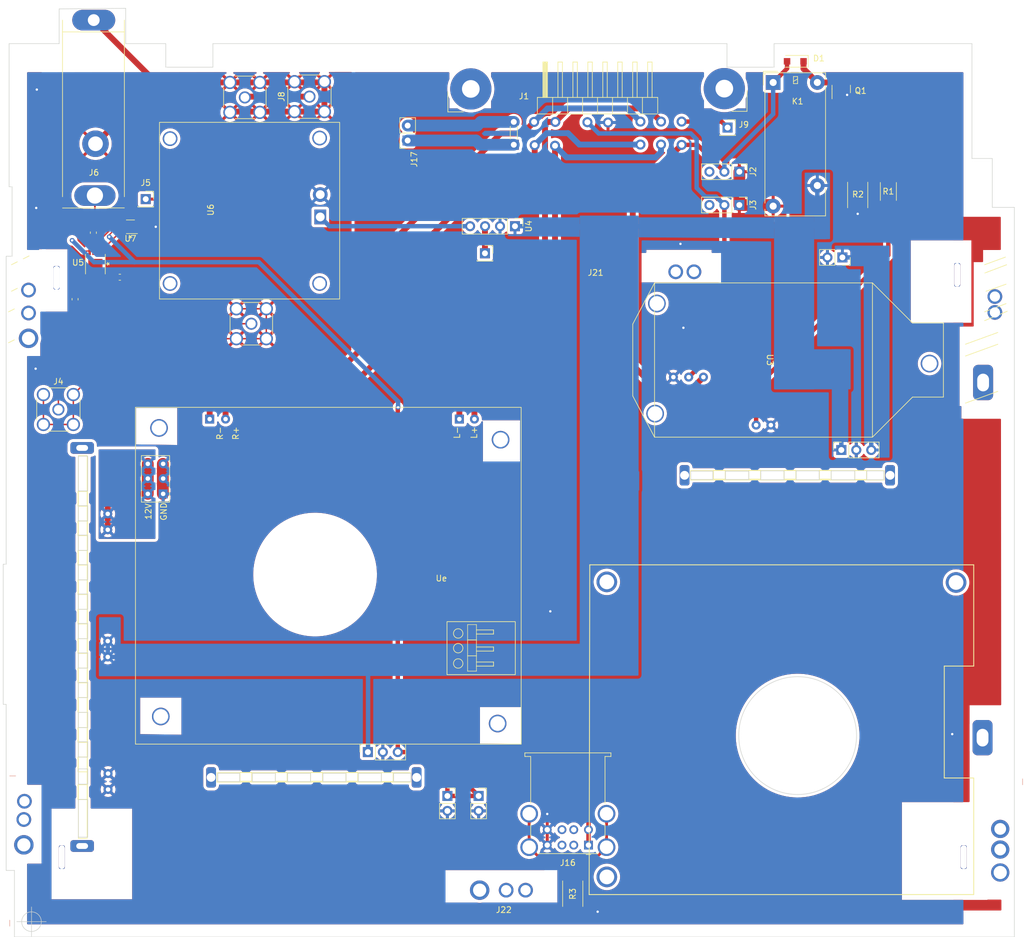
<source format=kicad_pcb>
(kicad_pcb (version 20211014) (generator pcbnew)
  (title_block (title "MotherboaredRev1_2") (date "2022-08-19") (rev "1.2"))
  (layers (0 "F.Cu" signal) (31 "B.Cu" signal) (34 "B.Paste" user) (35 "F.Paste" user) (36 "B.SilkS" user "B.Silkscreen") (37 "F.SilkS" user "F.Silkscreen") (38 "B.Mask" user) (39 "F.Mask" user) (44 "Edge.Cuts" user))
  (net 0 "")
  (net 1 "GND")
  (net 2 "Net-(Q1-Pad2)")
  (net 3 "Net-(J16-Pad9)")
  (net 4 "RELAY")
  (net 5 "Vmem")
  (net 6 "Vdd")
  (net 7 "Vsrc")
  (net 8 "Net-(D1-Pad1)")
  (net 9 "5V")
  (net 14 "Radio_EN")
  (net 15 "5V_GP")
  (net 16 "FrontSpkr_L+")
  (net 17 "FrontSpkr_L-")
  (net 18 "Illum")
  (net 19 "Dim")
  (net 20 "Antenna_Pwr")
  (net 21 "FrontSpkr_R+")
  (net 22 "FrontSpkr_R-")
  (net 23 "Vacc")
  (net 26 "Antenna")
  (net 27 "AudioPwr")
  (net 28 "RF_CTL")
  (net 29 "RF_A")
  (net 30 "RF_B")
  (net 31 "8V")
  (net 32 "Net-(C2-Pad1)")
  (net 33 "Net-(C3-Pad1)")
  (net 34 "RF_TX")
  (net 35 "RF_RX")
  (net 36 "RF_ATX")
  (net 37 "RF_gnd")
  (net 38 "Net-(C1-Pad2)")
  (footprint "Connector_PinSocket_2.54mm:PinSocket_1x01_P2.54mm_Vertical" (layer "F.Cu") (at 206.8 92.6)
    (fp_text reference "J10" hide)
    (fp_text value "RF_EN")
  )
  (footprint "Connector_Coaxial:SMA_Amphenol_132134_Vertical" (layer "F.Cu") (at 177 66 90)
    (fp_text reference "J8")
    (fp_text value "RF_TX")
  )
  (footprint "Relay_THT:Relay_1P1T_NO_10x24x18.8mm_Panasonic_ADW11xxxxW_THT" (layer "F.Cu") (at 255.7425 63.5925)
    (fp_text reference "K1")
    (fp_text value "ADW1112HTW " hide)
  )
  (footprint "Capacitor_SMD:C_0603_1608Metric_Pad1.08x0.95mm_HandSolder" (layer "F.Cu") (at 144.8 96.663454)
    (fp_text reference "C3" hide)
    (fp_text value "10uF" hide)
  )
  (footprint "Connector_PinSocket_2.54mm:PinSocket_1x02_P2.54mm_Vertical" (layer "F.Cu") (at 267.5 93.3 -90)
    (fp_text reference "J14" hide)
    (fp_text value "5V_1")
  )
  (footprint "Custom:AudioAmp_PS" (layer "F.Cu") (at 140.7 192.25 90)
    (fp_text reference "U1" hide)
    (fp_text value "AudioAmp_PS")
  )
  (footprint "Custom:MotherBoard_Bracket_2" (layer "F.Cu") (at 125.395 110.0425)
    (fp_text reference "J21")
    (fp_text value "Motherboard bracket")
  )
  (footprint "Custom:SubaruRadioJack" (layer "F.Cu") (at 134.8675 83)
    (fp_text reference "J6")
    (fp_text value "AntennaExternal" hide)
  )
  (footprint "Connector_Coaxial:SMA_Amphenol_132134_Vertical" (layer "F.Cu") (at 134.366 119.126)
    (fp_text reference "J4")
    (fp_text value "RF_RX")
  )
  (footprint "Custom:5V_Reg_Footprint_VertMnt" (layer "F.Cu") (at 274.6 131.1 90)
    (fp_text reference "J15" hide)
    (fp_text value "RPI_Buck")
  )
  (footprint "Connector_PinSocket_2.54mm:PinSocket_1x02_P2.54mm_Vertical" (layer "F.Cu") (at 205.725 184.75)
    (fp_text reference "J20" hide)
    (fp_text value "5V_3")
  )
  (footprint "Connector_PinHeader_2.54mm:PinHeader_1x03_P2.54mm_Vertical" (layer "F.Cu") (at 250 78.75 -90)
    (fp_text reference "J2")
    (fp_text value "Vmem Jumper")
  )
  (footprint "Custom:MotherBoard_Bracket_1" (layer "F.Cu") (at 298.1 206.85)
    (fp_text reference "J22")
    (fp_text value "Motherboard bracket")
  )
  (footprint "Custom:PS_Controller" (layer "F.Cu") (at 231.6 97.275 -90)
    (fp_text reference "U3")
    (fp_text value "PowerSupplyCtrl")
  )
  (footprint "Custom:RectangleSlot" (layer "F.Cu") (at 288.1 195.14)
    (fp_text reference "H1" hide)
    (fp_text value "MountingHole")
  )
  (footprint "Custom:AudioAmp" (layer "F.Cu") (at 212.955 175.955 90)
    (fp_text reference "Ue")
    (fp_text value "AudioAmp")
  )
  (footprint "Connector_PinSocket_2.54mm:PinSocket_1x01_P2.54mm_Vertical" (layer "F.Cu") (at 248 71.25)
    (fp_text reference "J9")
    (fp_text value "AntennaPwr_Conn")
  )
  (footprint "Capacitor_SMD:C_0603_1608Metric_Pad1.08x0.95mm_HandSolder" (layer "F.Cu") (at 140.3 89.1 -90)
    (fp_text reference "C1" hide)
    (fp_text value "10uF" hide)
  )
  (footprint "Connector_USB:USB_A_Wuerth_61400826021_Horizontal_Stacked" (layer "F.Cu") (at 224.38 193.1 180)
    (fp_text reference "J16")
    (fp_text value "AUSB2-4599")
  )
  (footprint "Connector_PinSocket_2.54mm:PinSocket_1x01_P2.54mm_Vertical" (layer "F.Cu") (at 149.2 83.4)
    (fp_text reference "J5")
    (fp_text value "RF_CTRL")
  )
  (footprint "MountingHole:MountingHole_2.5mm_Pad" (layer "F.Cu") (at 286.8 148.5)
    (fp_text reference "H7" hide)
    (fp_text value "DAC_mount")
  )
  (footprint "Resistor_SMD:R_2512_6332Metric_Pad1.40x3.35mm_HandSolder" (layer "F.Cu") (at 270.1 82.7 90)
    (fp_text reference "R2")
    (fp_text value "47K" hide)
  )
  (footprint "Custom:HeadUnit_Conn" (layer "F.Cu") (at 200.9 68.1875)
    (fp_text reference "J1")
    (fp_text value "Wire Harness")
  )
  (footprint "Custom:RectangleSlot" (layer "F.Cu") (at 134.95 195.15)
    (fp_text reference "H2" hide)
    (fp_text value "MountingHole")
  )
  (footprint "Connector_PinSocket_2.54mm:PinSocket_1x02_P2.54mm_Vertical" (layer "F.Cu") (at 200.425 184.75)
    (fp_text reference "J18" hide)
    (fp_text value "5V_2")
  )
  (footprint "Capacitor_SMD:C_0603_1608Metric_Pad1.08x0.95mm_HandSolder" (layer "F.Cu") (at 137.2 100.4 -90)
    (fp_text reference "C2" hide)
    (fp_text value "10uF" hide)
  )
  (footprint "Resistor_SMD:R_2512_6332Metric_Pad1.40x3.35mm_HandSolder" (layer "F.Cu") (at 221.71 201.35 90)
    (fp_text reference "R3")
    (fp_text value "HCJ2512ZT0R00" hide)
  )
  (footprint "Diode_SMD:D_SOD-123F" (layer "F.Cu") (at 259.5 60 180)
    (fp_text reference "D1")
    (fp_text value "FS1B" hide)
  )
  (footprint "Custom:5V_Reg_Footprint_VertMnt" (layer "F.Cu") (at 194.2 182.4 90)
    (fp_text reference "J19" hide)
    (fp_text value "GP_Buck")
  )
  (footprint "Connector_PinHeader_2.54mm:PinHeader_1x03_P2.54mm_Vertical" (layer "F.Cu") (at 250 84.4 -90)
    (fp_text reference "J3")
    (fp_text value "Vacc_jumper")
  )
  (footprint "Resistor_SMD:R_2010_5025Metric_Pad1.40x2.65mm_HandSolder" (layer "F.Cu") (at 275.3 82.1 90)
    (fp_text reference "R1")
    (fp_text value "470Ohm")
  )
  (footprint "Custom:HMC784AMS8GETR" (layer "F.Cu") (at 140.6475 94.43655 -90)
    (fp_text reference "U5")
    (fp_text value "HMC784AMS8GETR" hide)
  )
  (footprint "Custom:RectangleSlot" (layer "F.Cu") (at 287 96.25)
    (fp_text reference "H4" hide)
    (fp_text value "MountingHole" hide)
  )
  (footprint "Connector_PinHeader_2.54mm:PinHeader_1x04_P2.54mm_Vertical" (layer "F.Cu") (at 211.9 88 -90)
    (fp_text reference "U4")
    (fp_text value "RadioRegulator")
  )
  (footprint "Package_TO_SOT_SMD:SOT-363_SC-70-6_Handsoldering" (layer "F.Cu") (at 146.6 88.1 180)
    (fp_text reference "U7")
    (fp_text value "SN74LVC2G06QDCKRQ1" hide)
  )
  (footprint "Custom:RectangleSlot" (layer "F.Cu") (at 134.05 96.75)
    (fp_text reference "H3" hide)
    (fp_text value "MountingHole")
  )
  (footprint "Connector_PinSocket_2.54mm:PinSocket_1x02_P2.54mm_Vertical" (layer "F.Cu") (at 193.675 73.45 180)
    (fp_text reference "J17")
    (fp_text value "Illum/Dim")
  )
  (footprint "MountingHole:MountingHole_2.5mm_Pad" (layer "F.Cu") (at 227.5 148.4)
    (fp_text reference "H5" hide)
    (fp_text value "DAC_mount")
  )
  (footprint "Custom:RadioAmp" (layer "F.Cu") (at 181.032 100.329 90)
    (fp_text reference "U6")
    (fp_text value "RadioAmp")
  )
  (footprint "MountingHole:MountingHole_2.5mm_Pad" (layer "F.Cu") (at 227.5 198.5)
    (fp_text reference "H8" hide)
    (fp_text value "DAC_mount" hide)
  )
  (footprint "Custom:SOT-23" (layer "F.Cu") (at 267.3 64.7 90)
    (fp_text reference "Q1")
    (fp_text value "T2N7002BK,LM")
  )
  (gr_line (start 289.8 145.5) (end 289.8 162.7) (layer "F.SilkS") (width 0.15))
  (gr_line (start 289.8 181.7) (end 289.8 201.5) (layer "F.SilkS") (width 0.15))
  (gr_line (start 224.6 145.5) (end 289.8 145.5) (layer "F.SilkS") (width 0.15))
  (gr_line (start 224.5 201.5) (end 224.6 145.5) (layer "F.SilkS") (width 0.15))
  (gr_line (start 289.8 201.5) (end 224.5 201.5) (layer "F.SilkS") (width 0.15))
  (gr_line (start 284.8 162.7) (end 284.8 181.7) (layer "F.SilkS") (width 0.15))
  (gr_line (start 289.8 162.7) (end 284.8 162.7) (layer "F.SilkS") (width 0.15))
  (gr_line (start 284.8 181.7) (end 289.8 181.7) (layer "F.SilkS") (width 0.15))
  (gr_rect (start 137.75 175.55) (end 139.35 178.15) (layer "Edge.Cuts") (width 0.1) (fill none))
  (gr_rect (start 173.3 180.9) (end 177.2 182.3) (layer "Edge.Cuts") (width 0.1) (fill none))
  (gr_rect (start 271.65 129.55) (end 274.55 131.05) (layer "Edge.Cuts") (width 0.1) (fill none))
  (gr_rect (start 137.75 135.45) (end 139.35 138.05) (layer "Edge.Cuts") (width 0.1) (fill none))
  (gr_line (start 126.5 81.3) (end 126.5 93.1) (layer "Edge.Cuts") (width 0.1))
  (gr_line (start 145.8 57) (end 152.6 57) (layer "Edge.Cuts") (width 0.1))
  (gr_line (start 126.5 93.1) (end 125.5 93.1) (layer "Edge.Cuts") (width 0.1))
  (gr_rect (start 259.65 129.55) (end 263.55 131.05) (layer "Edge.Cuts") (width 0.1) (fill none))
  (gr_rect (start 137.75 165.45) (end 139.35 168.05) (layer "Edge.Cuts") (width 0.1) (fill none))
  (gr_rect (start 161.45 180.9) (end 165.15 182.3) (layer "Edge.Cuts") (width 0.1) (fill none))
  (gr_line (start 247.9 57) (end 247.9 61) (layer "Edge.Cuts") (width 0.1))
  (gr_rect (start 137.75 185.35) (end 139.35 191.75) (layer "Edge.Cuts") (width 0.1) (fill none))
  (gr_line (start 255.9 61) (end 255.9 57) (layer "Edge.Cuts") (width 0.1))
  (gr_rect (start 191.3 180.9) (end 194.2 182.3) (layer "Edge.Cuts") (width 0.1) (fill none))
  (gr_rect (start 137.75 160.45) (end 139.35 163.05) (layer "Edge.Cuts") (width 0.1) (fill none))
  (gr_line (start 160.6 57) (end 247.9 57) (layer "Edge.Cuts") (width 0.1))
  (gr_line (start 125 145.4) (end 125 169.2) (layer "Edge.Cuts") (width 0.1))
  (gr_line (start 152.6 57) (end 152.6 61) (layer "Edge.Cuts") (width 0.1))
  (gr_line (start 134.5 51.1) (end 145.8 51) (layer "Edge.Cuts") (width 0.1))
  (gr_line (start 125.5 169.2) (end 125.5 197.4) (layer "Edge.Cuts") (width 0.1))
  (gr_line (start 125.5 145.4) (end 125 145.4) (layer "Edge.Cuts") (width 0.1))
  (gr_line (start 292.95 76.5) (end 292.95 84.8) (layer "Edge.Cuts") (width 0.1))
  (gr_rect (start 253.65 129.55) (end 257.6 131.05) (layer "Edge.Cuts") (width 0.1) (fill none))
  (gr_line (start 292.95 84.8) (end 296.7 84.8) (layer "Edge.Cuts") (width 0.1))
  (gr_rect (start 137.75 180.15) (end 139.35 182.75) (layer "Edge.Cuts") (width 0.1) (fill none))
  (gr_line (start 125 169.2) (end 125.5 169.2) (layer "Edge.Cuts") (width 0.1))
  (gr_line (start 296.7 84.8) (end 296.7 208.7) (layer "Edge.Cuts") (width 0.1))
  (gr_line (start 126.9 208.7) (end 296.7 208.7) (layer "Edge.Cuts") (width 0.1))
  (gr_rect (start 185.3 180.9) (end 189.2 182.3) (layer "Edge.Cuts") (width 0.1) (fill none))
  (gr_rect (start 137.75 140.45) (end 139.35 143.05) (layer "Edge.Cuts") (width 0.1) (fill none))
  (gr_rect (start 179.3 180.9) (end 183.2 182.3) (layer "Edge.Cuts") (width 0.1) (fill none))
  (gr_rect (start 247.65 129.6) (end 251.6 131) (layer "Edge.Cuts") (width 0.1) (fill none))
  (gr_line (start 152.6 61) (end 160.6 61) (layer "Edge.Cuts") (width 0.1))
  (gr_line (start 126.9 197.4) (end 126.9 208.7) (layer "Edge.Cuts") (width 0.1))
  (gr_line (start 134.5 57) (end 134.5 51.1) (layer "Edge.Cuts") (width 0.1))
  (gr_line (start 126 57) (end 134.5 57) (layer "Edge.Cuts") (width 0.1))
  (gr_rect (start 241.75 129.6) (end 245.5 131) (layer "Edge.Cuts") (width 0.1) (fill none))
  (gr_rect (start 137.75 155.45) (end 139.35 158.05) (layer "Edge.Cuts") (width 0.1) (fill none))
  (gr_line (start 289.5 76.5) (end 292.95 76.5) (layer "Edge.Cuts") (width 0.1))
  (gr_line (start 126 81.3) (end 126.5 81.3) (layer "Edge.Cuts") (width 0.1))
  (gr_rect (start 137.75 150.45) (end 139.35 153.05) (layer "Edge.Cuts") (width 0.1) (fill none))
  (gr_line (start 125.5 93.1) (end 125.5 145.4) (layer "Edge.Cuts") (width 0.1))
  (gr_rect (start 137.75 127.05) (end 139.35 132.95) (layer "Edge.Cuts") (width 0.1) (fill none))
  (gr_rect (start 137.75 145.45) (end 139.35 148.05) (layer "Edge.Cuts") (width 0.1) (fill none))
  (gr_rect (start 167.3 180.9) (end 171.2 182.3) (layer "Edge.Cuts") (width 0.1) (fill none))
  (gr_line (start 160.6 61) (end 160.6 57) (layer "Edge.Cuts") (width 0.1))
  (gr_rect (start 137.75 170.55) (end 139.35 173.15) (layer "Edge.Cuts") (width 0.1) (fill none))
  (gr_line (start 289.5 57) (end 289.5 76.5) (layer "Edge.Cuts") (width 0.1))
  (gr_line (start 247.9 61) (end 255.9 61) (layer "Edge.Cuts") (width 0.1))
  (gr_line (start 145.8 51) (end 145.8 57) (layer "Edge.Cuts") (width 0.1))
  (gr_line (start 255.9 57) (end 289.5 57) (layer "Edge.Cuts") (width 0.1))
  (gr_circle (center 259.9 174.5) (end 269.9 174.6) (layer "Edge.Cuts") (width 0.1) (fill none))
  (gr_line (start 126 81.3) (end 126 57) (layer "Edge.Cuts") (width 0.1))
  (gr_rect (start 265.6 129.55) (end 269.6 131.05) (layer "Edge.Cuts") (width 0.1) (fill none))
  (gr_line (start 125.5 197.4) (end 126.9 197.4) (layer "Edge.Cuts") (width 0.1))
  (target plus (at 129.8 206.1) (size 5) (width 0.1) (layer "Edge.Cuts"))
  (segment (start 152.1 128.35) (end 152.1 133.45) (width 2) (layer "F.Cu") (net 1))
  (segment (start 200.425 187.29) (end 205.725 187.29) (width 0.25) (layer "F.Cu") (net 1))
  (segment (start 221.71 204.4) (end 225.93 204.4) (width 0.25) (layer "F.Cu") (net 1))
  (segment (start 217.38 190.48) (end 217.38 193.1) (width 0.5) (layer "F.Cu") (net 1))
  (segment (start 225.93 204.4) (end 225.94 204.41) (width 0.25) (layer "F.Cu") (net 1))
  (segment (start 217.38 190.48) (end 217.38 187.81) (width 0.5) (layer "F.Cu") (net 1))
  (segment (start 147.93 88.1) (end 150.9 88.1) (width 0.25) (layer "F.Cu") (net 1))
  (via (at 286.15 174.25) (size 0.8) (drill 0.4) (layers "F.Cu" "B.Cu") (net 1))
  (via (at 225.94 204.41) (size 0.8) (drill 0.4) (layers "F.Cu" "B.Cu") (net 1))
  (via (at 217.38 187.81) (size 0.8) (drill 0.4) (layers "F.Cu" "B.Cu") (net 1))
  (via (at 268.3 65.7) (size 0.8) (drill 0.4) (layers "F.Cu" "B.Cu") (net 1))
  (via (at 240.5 105.25) (size 0.8) (drill 0.4) (layers "F.Cu" "B.Cu") (net 1))
  (via (at 150.9 88.1) (size 0.8) (drill 0.4) (layers "F.Cu" "B.Cu") (net 1))
  (via (at 240 91) (size 0.8) (drill 0.4) (layers "F.Cu" "B.Cu") (net 1))
  (via (at 270.1 85.9) (size 0.8) (drill 0.4) (layers "F.Cu" "B.Cu") (net 1))
  (via (at 130.6 84.9) (size 0.8) (drill 0.4) (layers "F.Cu" "B.Cu") (net 1))
  (via (at 217.9 153.4) (size 0.8) (drill 0.4) (layers "F.Cu" "B.Cu") (net 1))
  (via (at 130.7 64.8) (size 0.8) (drill 0.4) (layers "F.Cu" "B.Cu") (net 1))
  (via (at 130.5 112.2) (size 0.8) (drill 0.4) (layers "F.Cu" "B.Cu") (net 1))
  (segment (start 269.95 79.65) (end 266.35 76.05) (width 1) (layer "F.Cu") (net 2))
  (segment (start 275.3 79.7) (end 270.15 79.7) (width 1) (layer "F.Cu") (net 2))
  (segment (start 270.1 79.65) (end 269.95 79.65) (width 0.25) (layer "F.Cu") (net 2))
  (segment (start 270.15 79.7) (end 270.1 79.65) (width 0.25) (layer "F.Cu") (net 2))
  (segment (start 266.35 76.05) (end 266.35 65.6375) (width 1) (layer "F.Cu") (net 2))
  (segment (start 227.45 187.77) (end 227.45 193.45) (width 0.5) (layer "F.Cu") (net 3))
  (segment (start 214.31 193.45) (end 217.4 196.54) (width 0.5) (layer "F.Cu") (net 3))
  (segment (start 222.6 198.3) (end 221.71 198.3) (width 0.25) (layer "F.Cu") (net 3))
  (segment (start 217.4 196.54) (end 219.95 196.54) (width 0.5) (layer "F.Cu") (net 3))
  (segment (start 227.45 193.45) (end 222.6 198.3) (width 0.5) (layer "F.Cu") (net 3))
  (segment (start 214.31 187.77) (end 214.31 193.45) (width 0.5) (layer "F.Cu") (net 3))
  (segment (start 219.95 196.54) (end 221.71 198.3) (width 0.5) (layer "F.Cu") (net 3))
  (segment (start 275.3 84.5) (end 275.3 92.9) (width 0.75) (layer "F.Cu") (net 4))
  (segment (start 275.3 92.9) (end 252.85 115.35) (width 0.75) (layer "F.Cu") (net 4))
  (segment (start 252.85 115.35) (end 252.85 121.775) (width 0.75) (layer "F.Cu") (net 4))
  (segment (start 240.2 74.1875) (end 231.9 82.4875) (width 1) (layer "F.Cu") (net 5))
  (segment (start 231.9 82.4875) (end 231.9 111.6) (width 1) (layer "F.Cu") (net 5))
  (segment (start 258.1 60) (end 258.1 61.235) (width 0.75) (layer "F.Cu") (net 5))
  (segment (start 240.2 74.1875) (end 242.8975 74.1875) (width 0.75) (layer "F.Cu") (net 5))
  (segment (start 242.8975 74.1875) (end 247.46 78.75) (width 0.75) (layer "F.Cu") (net 5))
  (segment (start 237.3 117) (end 240.525 117) (width 1) (layer "F.Cu") (net 5))
  (segment (start 231.9 111.6) (end 237.3 117) (width 1) (layer "F.Cu") (net 5))
  (segment (start 258.1 61.235) (end 255.7425 63.5925) (width 0.75) (layer "F.Cu") (net 5))
  (segment (start 240.525 117) (end 243.9 113.625) (width 1) (layer "F.Cu") (net 5))
  (segment (start 247.46 78.75) (end 247.46 77.24) (width 0.75) (layer "B.Cu") (net 5))
  (segment (start 247.46 77.24) (end 255.7425 68.9575) (width 0.75) (layer "B.Cu") (net 5))
  (segment (start 255.7425 68.9575) (end 255.7425 63.5925) (width 0.75) (layer "B.Cu") (net 5))
  (segment (start 255.55 84.4) (end 255.7425 84.5925) (width 2) (layer "F.Cu") (net 6))
  (segment (start 250 84.4) (end 255.55 84.4) (width 2) (layer "F.Cu") (net 6))
  (segment (start 250 84.4) (end 250 78.75) (width 2) (layer "F.Cu") (net 6))
  (segment (start 263.2425 87.2575) (end 262.5 88) (width 0.75) (layer "B.Cu") (net 7))
  (segment (start 142.75 161.15) (end 142.75 158.45) (width 0.75) (layer "B.Cu") (net 7))
  (segment (start 265.3 113.1) (end 267.37 115.17) (width 0.75) (layer "B.Cu") (net 7))
  (segment (start 258.6 88) (end 258.6 107.5) (width 0.75) (layer "B.Cu") (net 7))
  (segment (start 186.95 161.61) (end 186.95 177.3) (width 0.75) (layer "B.Cu") (net 7))
  (segment (start 224.8 160.5) (end 224.2 161.1) (width 0.75) (layer "B.Cu") (net 7))
  (segment (start 224.2 161.1) (end 214.9 161.1) (width 0.75) (layer "B.Cu") (net 7))
  (segment (start 222.8 88) (end 224.8 90) (width 0.75) (layer "B.Cu") (net 7))
  (segment (start 258.6 88) (end 222.7 88) (width 0.75) (layer "B.Cu") (net 7))
  (segment (start 222.7 88) (end 222.8 88) (width 0.75) (layer "B.Cu") (net 7))
  (segment (start 262.5 88) (end 258.6 88) (width 0.75) (layer "B.Cu") (net 7))
  (segment (start 189.45 161.15) (end 214.85 161.15) (width 0.75) (layer "B.Cu") (net 7))
  (segment (start 214.85 161.15) (end 214.9 161.1) (width 0.75) (layer "B.Cu") (net 7))
  (segment (start 224.8 90) (end 224.8 160.5) (width 0.75) (layer "B.Cu") (net 7))
  (segment (start 267.37 122.32) (end 267.32 122.37) (width 0.75) (layer "B.Cu") (net 7))
  (segment (start 214.9 161.1) (end 214.5 161.1) (width 0.75) (layer "B.Cu") (net 7))
  (segment (start 189.45 161.15) (end 186.97 163.63) (width 0.75) (layer "B.Cu") (net 7))
  (segment (start 258.6 107.5) (end 264.2 113.1) (width 0.75) (layer "B.Cu") (net 7))
  (segment (start 267.32 122.37) (end 267.32 126) (width 0.75) (layer "B.Cu") (net 7))
  (segment (start 267.37 115.17) (end 267.37 122.32) (width 0.75) (layer "B.Cu") (net 7))
  (segment (start 211.9 88) (end 222.7 88) (width 0.75) (layer "B.Cu") (net 7))
  (segment (start 263.2425 81.0925) (end 263.2425 87.2575) (width 0.75) (layer "B.Cu") (net 7))
  (segment (start 264.2 113.1) (end 265.3 113.1) (width 0.75) (layer "B.Cu") (net 7))
  (segment (start 189.45 161.15) (end 142.75 161.15) (width 0.75) (layer "B.Cu") (net 7))
  (segment (start 267.105 63.5925) (end 267.1625 63.65) (width 0.25) (layer "F.Cu") (net 8))
  (segment (start 267.13 63.5925) (end 267.3 63.7625) (width 1) (layer "F.Cu") (net 8))
  (segment (start 260.9 61.25) (end 260.9 60) (width 1) (layer "F.Cu") (net 8))
  (segment (start 263.2425 63.5925) (end 267.13 63.5925) (width 1) (layer "F.Cu") (net 8))
  (segment (start 263.2425 63.5925) (end 260.9 61.25) (width 1) (layer "F.Cu") (net 8))
  (segment (start 272.4 93.9) (end 272.4 126) (width 0.75) (layer "B.Cu") (net 9))
  (segment (start 267.5 93.3) (end 271.8 93.3) (width 0.75) (layer "B.Cu") (net 9))
  (segment (start 271.8 93.3) (end 272.4 93.9) (width 0.75) (layer "B.Cu") (net 9))
  (segment (start 206.8 92.6) (end 206.8 88.02) (width 1) (layer "F.Cu") (net 14))
  (segment (start 206.8 88.02) (end 206.82 88) (width 0.3) (layer "F.Cu") (net 14))
  (segment (start 200.425 181.765) (end 200.425 184.75) (width 0.75) (layer "F.Cu") (net 15))
  (segment (start 195.96 177.3) (end 192 177.3) (width 0.75) (layer "F.Cu") (net 15))
  (segment (start 197.98 179.32) (end 195.96 177.3) (width 0.75) (layer "F.Cu") (net 15))
  (segment (start 200.295 179.32) (end 205.725 184.75) (width 0.75) (layer "F.Cu") (net 15))
  (segment (start 136.7 90.4) (end 138.51405 92.21405) (width 0.2) (layer "F.Cu") (net 15))
  (segment (start 224.38 190.48) (end 224.38 193.1) (width 0.75) (layer "F.Cu") (net 15))
  (segment (start 192 118.8) (end 192 177.3) (width 0.75) (layer "F.Cu") (net 15))
  (segment (start 200.425 184.75) (end 205.725 184.75) (width 0.75) (layer "F.Cu") (net 15))
  (segment (start 221.92 179.32) (end 224.38 181.78) (width 0.75) (layer "F.Cu") (net 15))
  (segment (start 144.370978 88.1) (end 145.27 88.1) (width 0.2) (layer "F.Cu") (net 15))
  (segment (start 200.42 179.32) (end 221.92 179.32) (width 0.75) (layer "F.Cu") (net 15))
  (segment (start 197.98 179.32) (end 200.425 181.765) (width 0.75) (layer "F.Cu") (net 15))
  (segment (start 198.82 179.32) (end 200.295 179.32) (width 0.75) (layer "F.Cu") (net 15))
  (segment (start 224.38 181.78) (end 224.38 190.48) (width 0.75) (layer "F.Cu") (net 15))
  (segment (start 143 89.8) (end 143 89.470978) (width 0.2) (layer "F.Cu") (net 15))
  (segment (start 198.82 179.32) (end 200.42 179.32) (width 0.75) (layer "F.Cu") (net 15))
  (segment (start 143 89.470978) (end 144.370978 88.1) (width 0.2) (layer "F.Cu") (net 15))
  (segment (start 138.51405 92.21405) (end 139.67214 92.21405) (width 0.2) (layer "F.Cu") (net 15))
  (segment (start 197.98 179.32) (end 198.82 179.32) (width 0.75) (layer "F.Cu") (net 15))
  (segment (start 192.05 118.75) (end 192 118.8) (width 0.75) (layer "F.Cu") (net 15))
  (via (at 192.05 118.75) (size 0.8) (drill 0.4) (layers "F.Cu" "B.Cu") (net 15))
  (via (at 136.7 90.4) (size 0.8) (drill 0.4) (layers "F.Cu" "B.Cu") (net 15))
  (via (at 143 89.8) (size 0.8) (drill 0.4) (layers "F.Cu" "B.Cu") (net 15))
  (segment (start 192.05 118.75) (end 192.05 117.75) (width 0.75) (layer "B.Cu") (net 15))
  (segment (start 168.4 94.1) (end 147.3 94.1) (width 0.75) (layer "B.Cu") (net 15))
  (segment (start 192.05 117.75) (end 168.4 94.1) (width 0.75) (layer "B.Cu") (net 15))
  (segment (start 140.4 94.1) (end 136.7 90.4) (width 0.75) (layer "B.Cu") (net 15))
  (segment (start 147.3 94.1) (end 140.4 94.1) (width 0.75) (layer "B.Cu") (net 15))
  (segment (start 143 89.8) (end 147.3 94.1) (width 0.75) (layer "B.Cu") (net 15))
  (segment (start 218.7 74.3375) (end 218.7 102.2) (width 1) (layer "F.Cu") (net 16))
  (segment (start 205.015 115.885) (end 205.015 120.755) (width 1) (layer "F.Cu") (net 16))
  (segment (start 218.7 102.2) (end 205.015 115.885) (width 1) (layer "F.Cu") (net 16))
  (segment (start 236.7 75.4) (end 236.7 74.1375) (width 1) (layer "B.Cu") (net 16))
  (segment (start 220.6625 76.3) (end 235.8 76.3) (width 1) (layer "B.Cu") (net 16))
  (segment (start 218.7 74.3375) (end 220.6625 76.3) (width 1) (layer "B.Cu") (net 16))
  (segment (start 235.8 76.3) (end 236.7 75.4) (width 1) (layer "B.Cu") (net 16))
  (segment (start 218.75 70.2875) (end 221.0375 68) (width 1) (layer "F.Cu") (net 17))
  (segment (start 217 70.75) (end 217 101.1) (width 1) (layer "F.Cu") (net 17))
  (segment (start 221.0375 68) (end 234.4625 68) (width 1) (layer "F.Cu") (net 17))
  (segment (start 202.455 115.645) (end 202.455 120.755) (width 1) (layer "F.Cu") (net 17))
  (segment (start 217.4625 70.2875) (end 217 70.75) (width 1) (layer "F.Cu") (net 17))
  (segment (start 217 101.1) (end 202.455 115.645) (width 1) (layer "F.Cu") (net 17))
  (segment (start 234.4625 68) (end 236.7 70.2375) (width 1) (layer "F.Cu") (net 17))
  (segment (start 218.75 70.2875) (end 217.4625 70.2875) (width 1) (layer "F.Cu") (net 17))
  (segment (start 205.9925 74.1675) (end 205.275 73.45) (width 2) (layer "B.Cu") (net 18))
  (segment (start 211.7 74.1675) (end 205.9925 74.1675) (width 2) (layer "B.Cu") (net 18))
  (segment (start 205.275 73.45) (end 193.675 73.45) (width 2) (layer "B.Cu") (net 18))
  (segment (start 206.0975 70.2875) (end 205.475 70.91) (width 2) (layer "B.Cu") (net 19))
  (segment (start 205.475 70.91) (end 193.675 70.91) (width 2) (layer "B.Cu") (net 19))
  (segment (start 211.7 70.2875) (end 206.0975 70.2875) (width 2) (layer "B.Cu") (net 19))
  (segment (start 240.2 70.2375) (end 246.9875 70.2375) (width 0.75) (layer "F.Cu") (net 20))
  (segment (start 246.9875 70.2375) (end 248 71.25) (width 0.75) (layer "F.Cu") (net 20))
  (segment (start 213.5 77.5) (end 209.75 77.5) (width 1) (layer "F.Cu") (net 21))
  (segment (start 162.755 117.545) (end 162.755 120.755) (width 1) (layer "F.Cu") (net 21))
  (segment (start 215.25 74.2375) (end 215.25 75.75) (width 1) (layer "F.Cu") (net 21))
  (segment (start 189.699022 97.550978) (end 189.699022 109.600978) (width 1) (layer "F.Cu") (net 21))
  (segment (start 189.699022 109.600978) (end 185.2 114.1) (width 1) (layer "F.Cu") (net 21))
  (segment (start 166.2 114.1) (end 162.755 117.545) (width 1) (layer "F.Cu") (net 21))
  (segment (start 185.2 114.1) (end 166.2 114.1) (width 1) (layer "F.Cu") (net 21))
  (segment (start 215.25 75.75) (end 213.5 77.5) (width 1) (layer "F.Cu") (net 21))
  (segment (start 209.75 77.5) (end 189.699022 97.550978) (width 1) (layer "F.Cu") (net 21))
  (segment (start 233.2 74.1375) (end 222.8375 74.1375) (width 1) (layer "B.Cu") (net 21))
  (segment (start 222.8375 74.1375) (end 220.9 72.2) (width 1) (layer "B.Cu") (net 21))
  (segment (start 220.9 72.2) (end 217.2875 72.2) (width 1) (layer "B.Cu") (net 21))
  (segment (start 217.2875 72.2) (end 215.25 74.2375) (width 1) (layer "B.Cu") (net 21))
  (segment (start 185.771011 108.828989) (end 182.7 111.9) (width 1) (layer "F.Cu") (net 22))
  (segment (start 160.055 116.245) (end 160.055 120.755) (width 1) (layer "F.Cu") (net 22))
  (segment (start 182.7 111.9) (end 164.4 111.9) (width 1) (layer "F.Cu") (net 22))
  (segment (start 213.1875 72.25) (end 209.5 72.25) (width 1) (layer "F.Cu") (net 22))
  (segment (start 209.5 72.25) (end 185.771011 95.978989) (width 1) (layer "F.Cu") (net 22))
  (segment (start 185.771011 95.978989) (end 185.771011 108.828989) (width 1) (layer "F.Cu") (net 22))
  (segment (start 164.4 111.9) (end 160.055 116.245) (width 1) (layer "F.Cu") (net 22))
  (segment (start 215.15 70.2875) (end 213.1875 72.25) (width 1) (layer "F.Cu") (net 22))
  (segment (start 217.4375 68) (end 230.9625 68) (width 1) (layer "B.Cu") (net 22))
  (segment (start 215.15 70.2875) (end 217.4375 68) (width 1) (layer "B.Cu") (net 22))
  (segment (start 230.9625 68) (end 233.2 70.2375) (width 1) (layer "B.Cu") (net 22))
  (segment (start 247.46 107.94) (end 247.085 107.94) (width 0.75) (layer "F.Cu") (net 23))
  (segment (start 247.085 107.94) (end 241.4 113.625) (width 0.75) (layer "F.Cu") (net 23))
  (segment (start 247.46 84.4) (end 247.46 107.94) (width 0.75) (layer "F.Cu") (net 23))
  (segment (start 241.75 72.25) (end 242.75 73.25) (width 0.75) (layer "B.Cu") (net 23))
  (segment (start 246.035489 82.975489) (end 247.46 84.4) (width 0.75) (layer "B.Cu") (net 23))
  (segment (start 244.225489 82.975489) (end 246.035489 82.975489) (width 0.75) (layer "B.Cu") (net 23))
  (segment (start 242.75 73.25) (end 242.75 81.5) (width 0.75) (layer "B.Cu") (net 23))
  (segment (start 242.75 81.5) (end 244.225489 82.975489) (width 0.75) (layer "B.Cu") (net 23))
  (segment (start 226.1125 72.25) (end 241.75 72.25) (width 0.75) (layer "B.Cu") (net 23))
  (segment (start 224.2 70.3375) (end 226.1125 72.25) (width 0.75) (layer "B.Cu") (net 23))
  (segment (start 140.5675 87.97) (end 140.5675 82.8) (width 0.3) (layer "F.Cu") (net 26))
  (segment (start 140.3 88.2375) (end 140.5675 87.97) (width 0.3) (layer "F.Cu") (net 26))
  (segment (start 149.555 133.455) (end 143.345 133.455) (width 1) (layer "F.Cu") (net 27))
  (segment (start 149.55 128.35) (end 149.55 133.45) (width 2) (layer "F.Cu") (net 27))
  (segment (start 142.75 134.05) (end 142.75 139.55) (width 1) (layer "F.Cu") (net 27))
  (segment (start 143.345 133.455) (end 142.75 134.05) (width 1) (layer "F.Cu") (net 27))
  (segment (start 153.6 84.8) (end 153.6 89.2) (width 0.5) (layer "F.Cu") (net 28))
  (segment (start 153.6 89.2) (end 153 89.8) (width 0.5) (layer "F.Cu") (net 28))
  (segment (start 152.2 83.4) (end 153.6 84.8) (width 0.5) (layer "F.Cu") (net 28))
  (segment (start 149.2 83.4) (end 152.2 83.4) (width 0.5) (layer "F.Cu") (net 28))
  (segment (start 153 89.8) (end 148.98 89.8) (width 0.5) (layer "F.Cu") (net 28))
  (segment (start 148.98 89.8) (end 147.93 88.75) (width 0.5) (layer "F.Cu") (net 28))
  (segment (start 145.27 88.75) (end 146.27 88.75) (width 0.25) (layer "F.Cu") (net 29))
  (segment (start 145.08691 88.75) (end 141.62286 92.21405) (width 0.25) (layer "F.Cu") (net 29))
  (segment (start 146.855489 88.164511) (end 146.855489 87.575489) (width 0.25) (layer "F.Cu") (net 29))
  (segment (start 146.855489 87.575489) (end 146.980978 87.45) (width 0.25) (layer "F.Cu") (net 29))
  (segment (start 145.27 88.75) (end 145.08691 88.75) (width 0.25) (layer "F.Cu") (net 29))
  (segment (start 146.980978 87.45) (end 147.93 87.45) (width 0.25) (layer "F.Cu") (net 29))
  (segment (start 146.27 88.75) (end 146.855489 88.164511) (width 0.25) (layer "F.Cu") (net 29))
  (segment (start 145.27 87.45) (end 144.320978 87.45) (width 0.25) (layer "F.Cu") (net 30))
  (segment (start 144.320978 87.45) (end 140.97262 90.798358) (width 0.25) (layer "F.Cu") (net 30))
  (segment (start 140.97262 90.798358) (end 140.97262 92.21405) (width 0.25) (layer "F.Cu") (net 30))
  (segment (start 204.28 88) (end 180.403 88) (width 0.75) (layer "B.Cu") (net 31))
  (segment (start 180.403 88) (end 178.832 86.429) (width 0.75) (layer "B.Cu") (net 31))
  (segment (start 137.2 99.5375) (end 137.2 99.13119) (width 0.25) (layer "F.Cu") (net 32))
  (segment (start 137.2 99.13119) (end 139.67214 96.65905) (width 0.25) (layer "F.Cu") (net 32))
  (segment (start 141.62286 96.65905) (end 143.933096 96.65905) (width 0.25) (layer "F.Cu") (net 33))
  (segment (start 143.933096 96.65905) (end 143.9375 96.663454) (width 0.25) (layer "F.Cu") (net 33))
  (segment (start 166.161 66) (end 166.032 66.129) (width 0.25) (layer "F.Cu") (net 34))
  (segment (start 177 66) (end 166.161 66) (width 1) (layer "F.Cu") (net 34))
  (segment (start 137.2 101.2625) (end 137.2 102.525816) (width 0.25) (layer "F.Cu") (net 35))
  (segment (start 137.2 102.525816) (end 134.366 105.359816) (width 0.25) (layer "F.Cu") (net 35))
  (segment (start 134.366 119.126) (end 134.366 105.359816) (width 0.25) (layer "F.Cu") (net 35))
  (segment (start 154.259 104.559) (end 167.132 104.559) (width 0.25) (layer "F.Cu") (net 36))
  (segment (start 146.363454 96.663454) (end 154.259 104.559) (width 0.25) (layer "F.Cu") (net 36))
  (segment (start 145.6625 96.663454) (end 146.363454 96.663454) (width 0.25) (layer "F.Cu") (net 36))
  (segment (start 163.492 63.589) (end 179.411 63.589) (width 1) (layer "F.Cu") (net 37))
  (segment (start 163.492 63.589) (end 151.0785 63.589) (width 1) (layer "F.Cu") (net 37))
  (segment (start 150.9565 63.589) (end 140.3675 53) (width 1) (layer "F.Cu") (net 37))
  (segment (start 136.906 121.666) (end 136.906 116.586) (width 0.25) (layer "F.Cu") (net 37))
  (segment (start 179.54 68.54) (end 163.621 68.54) (width 1) (layer "F.Cu") (net 37))
  (segment (start 169.672 107.099) (end 164.592 107.099) (width 0.25) (layer "F.Cu") (net 37))
  (segment (start 169.672 102.019) (end 169.672 107.099) (width 0.25) (layer "F.Cu") (net 37))
  (segment (start 140.97262 97.58215) (end 143.09047 99.7) (width 0.25) (layer "F.Cu") (net 37))
  (segment (start 163.621 68.54) (end 163.492 68.669) (width 0.25) (layer "F.Cu") (net 37))
  (segment (start 140.97262 96.65905) (end 140.97262 97.58215) (width 0.25) (layer "F.Cu") (net 37))
  (segment (start 179.54 63.46) (end 179.54 68.54) (width 1) (layer "F.Cu") (net 37))
  (segment (start 154.699 107.099) (end 164.592 107.099) (width 0.25) (layer "F.Cu") (net 37))
  (segment (start 164.592 102.019) (end 169.672 102.019) (width 0.25) (layer "F.Cu") (net 37))
  (segment (start 147.3 99.7) (end 154.699 107.099) (width 0.25) (layer "F.Cu") (net 37))
  (segment (start 179.411 63.589) (end 179.54 63.46) (width 0.25) (layer "F.Cu") (net 37))
  (segment (start 151.0785 63.589) (end 140.6675 74) (width 1) (layer "F.Cu") (net 37))
  (segment (start 131.826 116.586) (end 131.826 121.666) (width 0.25) (layer "F.Cu") (net 37))
  (segment (start 140.32238 113.16962) (end 136.906 116.586) (width 0.25) (layer "F.Cu") (net 37))
  (segment (start 143.09047 99.7) (end 147.3 99.7) (width 0.25) (layer "F.Cu") (net 37))
  (segment (start 131.826 121.666) (end 136.906 121.666) (width 0.25) (layer "F.Cu") (net 37))
  (segment (start 140.32238 96.65905) (end 140.32238 113.16962) (width 0.25) (layer "F.Cu") (net 37))
  (segment (start 140.97262 96.65905) (end 140.32238 96.65905) (width 0.25) (layer "F.Cu") (net 37))
  (segment (start 140.32238 89.98488) (end 140.3 89.9625) (width 0.25) (layer "F.Cu") (net 38))
  (segment (start 140.32238 92.21405) (end 140.32238 89.98488) (width 0.25) (layer "F.Cu") (net 38))
  (zone (net 1) (net_name "GND") (layers F&B.Cu) (name "GND") (connect_pads (clearance 0.508)) (min_thickness 0.254) (fill yes (thermal_gap 0.508) (thermal_bridge_width 0.508))
    (polygon (pts (xy 288.05 206.55) (xy 129.05 206.55) (xy 129.05 61.85) (xy 288.05 61.85)))
  )
  (zone (net 0) (net_name "") (layers F&B.Cu) (name "Vsrc") (connect_pads (clearance 0)) (min_thickness 0.254)
    (keepout (tracks not_allowed) (vias allowed) (pads allowed) (copperpour not_allowed) (footprints allowed))
    (fill (thermal_gap 0.508) (thermal_bridge_width 0.508))
    (polygon (pts (xy 146.9 202.3) (xy 133.2 202.3) (xy 133.2 186.9) (xy 146.9 186.9)))
  )
  (zone (net 6) (net_name "Vdd") (layer "F.Cu") (name "Vdd") (priority 2) (connect_pads (clearance 0.508)) (min_thickness 0.254) (fill yes (thermal_gap 0.508) (thermal_bridge_width 0.508))
    (polygon (pts (xy 258 86.8) (xy 248.7 86.8) (xy 248.8 77) (xy 258 77)))
  )
  (zone (net 0) (net_name "") (layers F&B.Cu) (name "Vsrc") (connect_pads (clearance 0)) (min_thickness 0.254)
    (keepout (tracks not_allowed) (vias allowed) (pads allowed) (copperpour not_allowed) (footprints allowed))
    (fill (thermal_gap 0.508) (thermal_bridge_width 0.508))
    (polygon (pts (xy 289.4 104.4) (xy 279.1 104.4) (xy 279.1 90.4) (xy 289.4 90.4)))
  )
  (zone (net 0) (net_name "") (layers F&B.Cu) (name "Bracket") (connect_pads (clearance 0)) (min_thickness 0.254)
    (keepout (tracks not_allowed) (vias allowed) (pads allowed) (copperpour not_allowed) (footprints allowed))
    (fill (thermal_gap 0.508) (thermal_bridge_width 0.508))
    (polygon (pts (xy 245.3 97) (xy 234.2 97) (xy 234.2 92) (xy 245.3 92)))
  )
  (zone (net 0) (net_name "") (layers F&B.Cu) (name "Bracket") (connect_pads (clearance 0)) (min_thickness 0.254)
    (keepout (tracks not_allowed) (vias allowed) (pads allowed) (copperpour not_allowed) (footprints allowed))
    (fill (thermal_gap 0.508) (thermal_bridge_width 0.508))
    (polygon (pts (xy 295.6 108.2) (xy 294.6 108.2) (xy 294.7 120.7) (xy 287.7 120.7) (xy 287.7 107.1) (xy 289.8 107.1) (xy 289.8 94.1) (xy 295.5 94.1)))
  )
  (zone (net 0) (net_name "") (layers F&B.Cu) (name "GND") (connect_pads (clearance 0)) (min_thickness 0.254)
    (keepout (tracks not_allowed) (vias allowed) (pads allowed) (copperpour not_allowed) (footprints allowed))
    (fill (thermal_gap 0.508) (thermal_bridge_width 0.508))
    (polygon (pts (xy 131 109.2) (xy 126.1 109.2) (xy 126 93.3) (xy 131.1 93.3)))
  )
  (zone (net 1) (net_name "GND") (layer "F.Cu") (name "GND") (connect_pads (clearance 0.508)) (min_thickness 0.254) (fill yes (thermal_gap 0.508) (thermal_bridge_width 0.508))
    (polygon (pts (xy 294.499745 204.201019) (xy 286.35 204.2) (xy 286.35 86.4) (xy 294.399745 86.401019)))
  )
  (zone (net 0) (net_name "") (layers F&B.Cu) (name "Vsrc") (connect_pads (clearance 0)) (min_thickness 0.254)
    (keepout (tracks not_allowed) (vias allowed) (pads allowed) (copperpour not_allowed) (footprints allowed))
    (fill (thermal_gap 0.508) (thermal_bridge_width 0.508))
    (polygon (pts (xy 292.1 202.4) (xy 277.6 202.4) (xy 277.6 185.8) (xy 292.1 185.8)))
  )
  (zone (net 37) (net_name "RF_gnd") (layer "F.Cu") (name "RF_GND") (priority 1) (connect_pads (clearance 0.508)) (min_thickness 0.254) (fill yes (thermal_gap 0.508) (thermal_bridge_width 0.508))
    (polygon (pts (xy 184.1 110.3) (xy 132.2 110.2) (xy 132.1 61.9) (xy 184.2 61.8)))
  )
  (zone (net 0) (net_name "") (layers F&B.Cu) (name "Vsrc") (connect_pads (clearance 0)) (min_thickness 0.254)
    (keepout (tracks not_allowed) (vias allowed) (pads allowed) (copperpour not_allowed) (footprints allowed))
    (fill (thermal_gap 0.508) (thermal_bridge_width 0.508))
    (polygon (pts (xy 135.9 102.5) (xy 131.1 102.5) (xy 131.1 91.9) (xy 135.9 91.9)))
  )
  (zone (net 27) (net_name "AudioPwr") (layers F&B.Cu) (name "AudioPwr") (priority 2) (connect_pads (clearance 0.508)) (min_thickness 0.254) (fill yes (thermal_gap 0.508) (thermal_bridge_width 0.508))
    (polygon (pts (xy 150.85 141.1) (xy 141.2 141.1) (xy 141.2 125.9) (xy 150.85 125.9)))
  )
  (zone (net 7) (net_name "Vsrc") (layer "B.Cu") (name "Vsrc") (priority 2) (connect_pads (clearance 0.508)) (min_thickness 0.254) (fill yes (thermal_gap 0.508) (thermal_bridge_width 0.508))
    (polygon (pts (xy 232.9 129.6) (xy 233 129.6) (xy 233 132.9) (xy 232.9 132.9) (xy 232.877563 164.32868) (xy 141.241675 164.422784) (xy 141.264112 154.394104) (xy 144.95 154.4) (xy 144.95 158.9) (xy 222.9 158.9) (xy 222.9 86.2) (xy 232.9 86.2)))
  )
  (zone (net 7) (net_name "Vsrc") (layer "B.Cu") (name "Vsrc") (priority 2) (connect_pads (clearance 0.508)) (min_thickness 0.254) (fill yes (thermal_gap 0.508) (thermal_bridge_width 0.508))
    (polygon (pts (xy 262.7 86.4) (xy 262.7 115.7) (xy 255.9 115.7) (xy 255.9 86.4)))
  )
  (zone (net 9) (net_name "5V") (layer "B.Cu") (name "5V") (priority 2) (connect_pads (clearance 0.508)) (min_thickness 0.254) (fill yes (thermal_gap 0.508) (thermal_bridge_width 0.508))
    (polygon (pts (xy 275.5 127.3) (xy 271.2 127.3) (xy 271.1 94.8) (xy 266.2 94.8) (xy 266.2 91.3) (xy 275.5 91.3)))
  )
  (zone (net 7) (net_name "Vsrc") (layer "B.Cu") (name "Vsrc") (priority 1) (connect_pads (clearance 0.508)) (min_thickness 0.254) (fill yes (thermal_gap 0.508) (thermal_bridge_width 0.508))
    (polygon (pts (xy 265.4 90.2) (xy 261.1 90.2) (xy 261.1 78.9) (xy 265.4 78.9)))
  )
  (zone (net 7) (net_name "Vsrc") (layer "B.Cu") (name "Vsrc") (priority 1) (connect_pads (clearance 0.508)) (min_thickness 0.254) (fill yes (thermal_gap 0.508) (thermal_bridge_width 0.508))
    (polygon (pts (xy 264.8 90.2) (xy 258.7 90.2) (xy 258.7 90.1) (xy 210.7 89.7) (xy 210.7 86.5) (xy 264.8 86.5)))
  )
  (zone (net 7) (net_name "Vsrc") (layer "B.Cu") (name "Vsrc") (priority 2) (connect_pads (clearance 0.508)) (min_thickness 0.254) (fill yes (thermal_gap 0.508) (thermal_bridge_width 0.508))
    (polygon (pts (xy 255.9 108.9) (xy 268.9 108.9) (xy 268.9 115.7) (xy 255.9 115.7)))
  )
  (zone (net 7) (net_name "Vsrc") (layer "B.Cu") (name "Vsrc") (priority 2) (connect_pads (clearance 0.508)) (min_thickness 0.254) (fill yes (thermal_gap 0.508) (thermal_bridge_width 0.508))
    (polygon (pts (xy 265.7 127.2) (xy 265.7 108.9) (xy 268.5 108.9) (xy 268.5 127.2)))
  )
)
</source>
